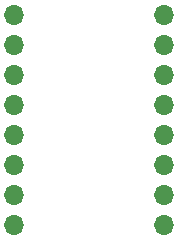
<source format=gbs>
G04 #@! TF.GenerationSoftware,KiCad,Pcbnew,7.0.7*
G04 #@! TF.CreationDate,2023-11-09T12:01:33-05:00*
G04 #@! TF.ProjectId,programmer,70726f67-7261-46d6-9d65-722e6b696361,rev?*
G04 #@! TF.SameCoordinates,Original*
G04 #@! TF.FileFunction,Soldermask,Bot*
G04 #@! TF.FilePolarity,Negative*
%FSLAX46Y46*%
G04 Gerber Fmt 4.6, Leading zero omitted, Abs format (unit mm)*
G04 Created by KiCad (PCBNEW 7.0.7) date 2023-11-09 12:01:33*
%MOMM*%
%LPD*%
G01*
G04 APERTURE LIST*
%ADD10O,1.700000X1.700000*%
G04 APERTURE END LIST*
D10*
X120142000Y-44704000D03*
X120142000Y-47244000D03*
X120142000Y-49784000D03*
X120142000Y-52324000D03*
X120142000Y-54864000D03*
X120142000Y-57404000D03*
X120142000Y-59944000D03*
X120142000Y-62484000D03*
X132842000Y-62484000D03*
X132842000Y-59944000D03*
X132842000Y-57404000D03*
X132842000Y-54864000D03*
X132842000Y-52324000D03*
X132842000Y-49784000D03*
X132842000Y-47244000D03*
X132842000Y-44704000D03*
M02*

</source>
